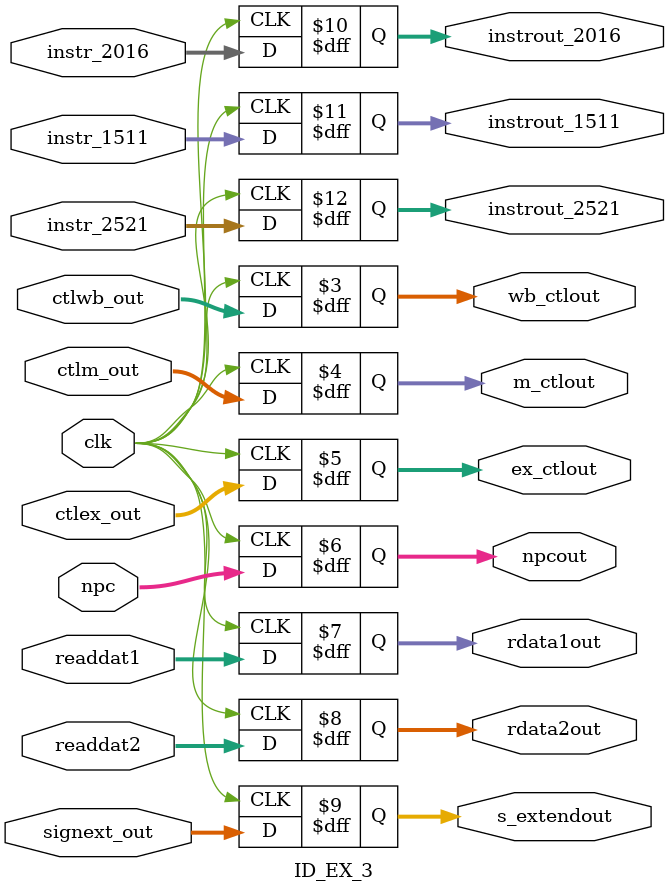
<source format=v>
module ID_EX_3(
	input clk, 
	input [1:0]       ctlwb_out, 
	input [2:0]       ctlm_out, 
	input [3:0]       ctlex_out, 
	input [31:0]      npc, readdat1, readdat2, signext_out, 
	input [4:0]       instr_2016, instr_1511, 
	output reg [1:0]  wb_ctlout,
	output reg [2:0]  m_ctlout,
	output reg [3:0]  ex_ctlout,
	output reg [31:0] npcout, rdata1out, rdata2out, s_extendout,
	output reg [4:0]  instrout_2016, instrout_1511,
	input      [4:0]  instr_2521,
	output reg [4:0]  instrout_2521
	);
	initial
		begin
			wb_ctlout     <= 0;
			m_ctlout      <= 0;
			ex_ctlout     <= 0;
			npcout        <= 0;
			rdata1out     <= 0;
			rdata2out     <= 0;
			s_extendout   <= 0;
			instrout_2016 <= 0;
			instrout_1511 <= 0;
			instrout_2521 <= 0;
		end
	always @ (posedge clk)
		begin
			wb_ctlout     <= ctlwb_out;
			m_ctlout      <= ctlm_out;
			ex_ctlout     <= ctlex_out;
			npcout        <= npc;
			rdata1out     <= readdat1;
			rdata2out     <= readdat2;
			s_extendout   <= signext_out;
			instrout_2016 <= instr_2016;
			instrout_1511 <= instr_1511;
			instrout_2521 <= instr_2521;
		end
endmodule
</source>
